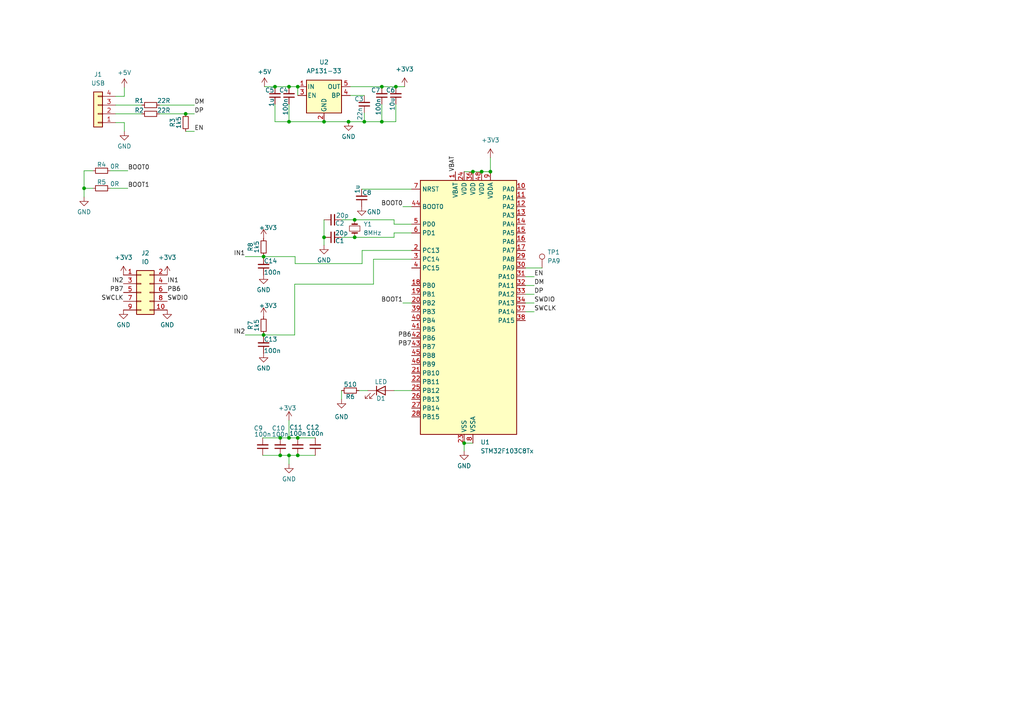
<source format=kicad_sch>
(kicad_sch (version 20230121) (generator eeschema)
  (paper "A4")
  (lib_symbols
    (symbol "Connector:TestPoint" (pin_numbers hide) (pin_names (offset 0.762) hide)
      (property "Reference" "TP" (at 0 6.858 0))
      (property "Value" "TestPoint" (at 0 5.08 0))
      (symbol "TestPoint_0_1"
        (circle (center 0 3.302) (radius 0.762))
      )
      (symbol "TestPoint_1_1"
        (pin passive line (at 0 0 90) (length 2.54) (name "1") (number "1"))
      )
    )
    (symbol "Connector_Generic:Conn_01x04" (pin_names (offset 1.016) hide)
      (property "Reference" "J" (at 0 5.08 0))
      (property "Value" "Conn_01x04" (at 0 -7.62 0))
      (symbol "Conn_01x04_1_1"
        (rectangle (start -1.27 -4.953) (end 0 -5.207) (stroke (width 0.1524)))
        (rectangle (start -1.27 -2.413) (end 0 -2.667) (stroke (width 0.1524)))
        (rectangle (start -1.27 0.127) (end 0 -0.127) (stroke (width 0.1524)))
        (rectangle (start -1.27 2.667) (end 0 2.413) (stroke (width 0.1524)))
        (rectangle (start -1.27 3.81) (end 1.27 -6.35) (stroke (width 0.254)) (fill (type background)))
        (pin passive line (at -5.08 2.54 0) (length 3.81) (name "Pin_1") (number "1"))
        (pin passive line (at -5.08 0 0) (length 3.81) (name "Pin_2") (number "2"))
        (pin passive line (at -5.08 -2.54 0) (length 3.81) (name "Pin_3") (number "3"))
        (pin passive line (at -5.08 -5.08 0) (length 3.81) (name "Pin_4") (number "4"))
      )
    )
    (symbol "Connector_Generic:Conn_02x05_Odd_Even" (pin_names (offset 1.016) hide)
      (property "Reference" "J" (at 1.27 7.62 0))
      (property "Value" "Conn_02x05_Odd_Even" (at 1.27 -7.62 0))
      (symbol "Conn_02x05_Odd_Even_1_1"
        (rectangle (start -1.27 -4.953) (end 0 -5.207) (stroke (width 0.1524)))
        (rectangle (start -1.27 -2.413) (end 0 -2.667) (stroke (width 0.1524)))
        (rectangle (start -1.27 0.127) (end 0 -0.127) (stroke (width 0.1524)))
        (rectangle (start -1.27 2.667) (end 0 2.413) (stroke (width 0.1524)))
        (rectangle (start -1.27 5.207) (end 0 4.953) (stroke (width 0.1524)))
        (rectangle (start -1.27 6.35) (end 3.81 -6.35) (stroke (width 0.254)) (fill (type background)))
        (rectangle (start 3.81 -4.953) (end 2.54 -5.207) (stroke (width 0.1524)))
        (rectangle (start 3.81 -2.413) (end 2.54 -2.667) (stroke (width 0.1524)))
        (rectangle (start 3.81 0.127) (end 2.54 -0.127) (stroke (width 0.1524)))
        (rectangle (start 3.81 2.667) (end 2.54 2.413) (stroke (width 0.1524)))
        (rectangle (start 3.81 5.207) (end 2.54 4.953) (stroke (width 0.1524)))
        (pin passive line (at -5.08 5.08 0) (length 3.81) (name "Pin_1") (number "1"))
        (pin passive line (at 7.62 -5.08 180) (length 3.81) (name "Pin_10") (number "10"))
        (pin passive line (at 7.62 5.08 180) (length 3.81) (name "Pin_2") (number "2"))
        (pin passive line (at -5.08 2.54 0) (length 3.81) (name "Pin_3") (number "3"))
        (pin passive line (at 7.62 2.54 180) (length 3.81) (name "Pin_4") (number "4"))
        (pin passive line (at -5.08 0 0) (length 3.81) (name "Pin_5") (number "5"))
        (pin passive line (at 7.62 0 180) (length 3.81) (name "Pin_6") (number "6"))
        (pin passive line (at -5.08 -2.54 0) (length 3.81) (name "Pin_7") (number "7"))
        (pin passive line (at 7.62 -2.54 180) (length 3.81) (name "Pin_8") (number "8"))
        (pin passive line (at -5.08 -5.08 0) (length 3.81) (name "Pin_9") (number "9"))
      )
    )
    (symbol "Device:C_Small" (pin_numbers hide) (pin_names (offset 0.254) hide)
      (property "Reference" "C" (at 0.254 1.778 0))
      (property "Value" "C_Small" (at 0.254 -2.032 0))
      (symbol "C_Small_0_1"
        (polyline (pts (xy -1.524 -0.508) (xy 1.524 -0.508)) (stroke (width 0.3302)))
        (polyline (pts (xy -1.524 0.508) (xy 1.524 0.508)) (stroke (width 0.3048)))
      )
      (symbol "C_Small_1_1"
        (pin passive line (at 0 2.54 270) (length 2.032) (name "~") (number "1"))
        (pin passive line (at 0 -2.54 90) (length 2.032) (name "~") (number "2"))
      )
    )
    (symbol "Device:Crystal_Small" (pin_numbers hide) (pin_names (offset 1.016) hide)
      (property "Reference" "Y" (at 0 2.54 0))
      (property "Value" "Crystal_Small" (at 0 -2.54 0))
      (symbol "Crystal_Small_0_1"
        (rectangle (start -0.762 -1.524) (end 0.762 1.524))
        (polyline (pts (xy -1.27 -0.762) (xy -1.27 0.762)) (stroke (width 0.381)))
        (polyline (pts (xy 1.27 -0.762) (xy 1.27 0.762)) (stroke (width 0.381)))
      )
      (symbol "Crystal_Small_1_1"
        (pin passive line (at -2.54 0 0) (length 1.27) (name "1") (number "1"))
        (pin passive line (at 2.54 0 180) (length 1.27) (name "2") (number "2"))
      )
    )
    (symbol "Device:LED" (pin_numbers hide) (pin_names (offset 1.016) hide)
      (property "Reference" "D" (at 0 2.54 0))
      (property "Value" "LED" (at 0 -2.54 0))
      (symbol "LED_0_1"
        (polyline (pts (xy -1.27 -1.27) (xy -1.27 1.27)) (stroke (width 0.254)))
        (polyline (pts (xy -1.27 0) (xy 1.27 0)))
        (polyline (pts (xy 1.27 -1.27) (xy 1.27 1.27) (xy -1.27 0) (xy 1.27 -1.27)) (stroke (width 0.254)))
        (polyline (pts (xy -3.048 -0.762) (xy -4.572 -2.286) (xy -3.81 -2.286) (xy -4.572 -2.286) (xy -4.572 -1.524)))
        (polyline (pts (xy -1.778 -0.762) (xy -3.302 -2.286) (xy -2.54 -2.286) (xy -3.302 -2.286) (xy -3.302 -1.524)))
      )
      (symbol "LED_1_1"
        (pin passive line (at -3.81 0 0) (length 2.54) (name "K") (number "1"))
        (pin passive line (at 3.81 0 180) (length 2.54) (name "A") (number "2"))
      )
    )
    (symbol "Device:R_Small" (pin_numbers hide) (pin_names (offset 0.254) hide)
      (property "Reference" "R" (at 0.762 0.508 0))
      (property "Value" "R_Small" (at 0.762 -1.016 0))
      (symbol "R_Small_0_1"
        (rectangle (start -0.762 1.778) (end 0.762 -1.778) (stroke (width 0.2032)))
      )
      (symbol "R_Small_1_1"
        (pin passive line (at 0 2.54 270) (length 0.762) (name "~") (number "1"))
        (pin passive line (at 0 -2.54 90) (length 0.762) (name "~") (number "2"))
      )
    )
    (symbol "MCU_ST_STM32F1:STM32F103C8Tx"
      (property "Reference" "U" (at -12.7 39.37 0))
      (property "Value" "STM32F103C8Tx" (at 10.16 39.37 0))
      (symbol "STM32F103C8Tx_0_1"
        (rectangle (start -12.7 -35.56) (end 15.24 38.1) (stroke (width 0.254)) (fill (type background)))
      )
      (symbol "STM32F103C8Tx_1_1"
        (pin power_in line (at -2.54 40.64 270) (length 2.54) (name "VBAT") (number "1"))
        (pin bidirectional line (at 17.78 35.56 180) (length 2.54) (name "PA0") (number "10"))
        (pin bidirectional line (at 17.78 33.02 180) (length 2.54) (name "PA1") (number "11"))
        (pin bidirectional line (at 17.78 30.48 180) (length 2.54) (name "PA2") (number "12"))
        (pin bidirectional line (at 17.78 27.94 180) (length 2.54) (name "PA3") (number "13"))
        (pin bidirectional line (at 17.78 25.4 180) (length 2.54) (name "PA4") (number "14"))
        (pin bidirectional line (at 17.78 22.86 180) (length 2.54) (name "PA5") (number "15"))
        (pin bidirectional line (at 17.78 20.32 180) (length 2.54) (name "PA6") (number "16"))
        (pin bidirectional line (at 17.78 17.78 180) (length 2.54) (name "PA7") (number "17"))
        (pin bidirectional line (at -15.24 7.62 0) (length 2.54) (name "PB0") (number "18"))
        (pin bidirectional line (at -15.24 5.08 0) (length 2.54) (name "PB1") (number "19"))
        (pin bidirectional line (at -15.24 17.78 0) (length 2.54) (name "PC13") (number "2"))
        (pin bidirectional line (at -15.24 2.54 0) (length 2.54) (name "PB2") (number "20"))
        (pin bidirectional line (at -15.24 -17.78 0) (length 2.54) (name "PB10") (number "21"))
        (pin bidirectional line (at -15.24 -20.32 0) (length 2.54) (name "PB11") (number "22"))
        (pin power_in line (at 0 -38.1 90) (length 2.54) (name "VSS") (number "23"))
        (pin power_in line (at 0 40.64 270) (length 2.54) (name "VDD") (number "24"))
        (pin bidirectional line (at -15.24 -22.86 0) (length 2.54) (name "PB12") (number "25"))
        (pin bidirectional line (at -15.24 -25.4 0) (length 2.54) (name "PB13") (number "26"))
        (pin bidirectional line (at -15.24 -27.94 0) (length 2.54) (name "PB14") (number "27"))
        (pin bidirectional line (at -15.24 -30.48 0) (length 2.54) (name "PB15") (number "28"))
        (pin bidirectional line (at 17.78 15.24 180) (length 2.54) (name "PA8") (number "29"))
        (pin bidirectional line (at -15.24 15.24 0) (length 2.54) (name "PC14") (number "3"))
        (pin bidirectional line (at 17.78 12.7 180) (length 2.54) (name "PA9") (number "30"))
        (pin bidirectional line (at 17.78 10.16 180) (length 2.54) (name "PA10") (number "31"))
        (pin bidirectional line (at 17.78 7.62 180) (length 2.54) (name "PA11") (number "32"))
        (pin bidirectional line (at 17.78 5.08 180) (length 2.54) (name "PA12") (number "33"))
        (pin bidirectional line (at 17.78 2.54 180) (length 2.54) (name "PA13") (number "34"))
        (pin passive line (at 0 -38.1 90) (length 2.54) hide (name "VSS") (number "35"))
        (pin power_in line (at 2.54 40.64 270) (length 2.54) (name "VDD") (number "36"))
        (pin bidirectional line (at 17.78 0 180) (length 2.54) (name "PA14") (number "37"))
        (pin bidirectional line (at 17.78 -2.54 180) (length 2.54) (name "PA15") (number "38"))
        (pin bidirectional line (at -15.24 0 0) (length 2.54) (name "PB3") (number "39"))
        (pin bidirectional line (at -15.24 12.7 0) (length 2.54) (name "PC15") (number "4"))
        (pin bidirectional line (at -15.24 -2.54 0) (length 2.54) (name "PB4") (number "40"))
        (pin bidirectional line (at -15.24 -5.08 0) (length 2.54) (name "PB5") (number "41"))
        (pin bidirectional line (at -15.24 -7.62 0) (length 2.54) (name "PB6") (number "42"))
        (pin bidirectional line (at -15.24 -10.16 0) (length 2.54) (name "PB7") (number "43"))
        (pin input line (at -15.24 30.48 0) (length 2.54) (name "BOOT0") (number "44"))
        (pin bidirectional line (at -15.24 -12.7 0) (length 2.54) (name "PB8") (number "45"))
        (pin bidirectional line (at -15.24 -15.24 0) (length 2.54) (name "PB9") (number "46"))
        (pin passive line (at 0 -38.1 90) (length 2.54) hide (name "VSS") (number "47"))
        (pin power_in line (at 5.08 40.64 270) (length 2.54) (name "VDD") (number "48"))
        (pin bidirectional line (at -15.24 25.4 0) (length 2.54) (name "PD0") (number "5"))
        (pin bidirectional line (at -15.24 22.86 0) (length 2.54) (name "PD1") (number "6"))
        (pin input line (at -15.24 35.56 0) (length 2.54) (name "NRST") (number "7"))
        (pin power_in line (at 2.54 -38.1 90) (length 2.54) (name "VSSA") (number "8"))
        (pin power_in line (at 7.62 40.64 270) (length 2.54) (name "VDDA") (number "9"))
      )
    )
    (symbol "Regulator_Linear:AP131-33" (pin_names (offset 0.254))
      (property "Reference" "U" (at -3.81 5.715 0))
      (property "Value" "AP131-33" (at 0 5.715 0))
      (symbol "AP131-33_0_1"
        (rectangle (start -5.08 4.445) (end 5.08 -5.08) (stroke (width 0.254)) (fill (type background)))
      )
      (symbol "AP131-33_1_1"
        (pin power_in line (at -7.62 2.54 0) (length 2.54) (name "IN") (number "1"))
        (pin power_in line (at 0 -7.62 90) (length 2.54) (name "GND") (number "2"))
        (pin input line (at -7.62 0 0) (length 2.54) (name "EN") (number "3"))
        (pin input line (at 7.62 0 180) (length 2.54) (name "BP") (number "4"))
        (pin power_out line (at 7.62 2.54 180) (length 2.54) (name "OUT") (number "5"))
      )
    )
    (symbol "power:+3V3" (power) (pin_names (offset 0))
      (property "Value" "+3V3" (at 0 3.556 0))
      (symbol "+3V3_0_1"
        (polyline (pts (xy -0.762 1.27) (xy 0 2.54)))
        (polyline (pts (xy 0 0) (xy 0 2.54)))
        (polyline (pts (xy 0 2.54) (xy 0.762 1.27)))
      )
      (symbol "+3V3_1_1"
        (pin power_in line (at 0 0 90) (length 0) hide (name "+3V3") (number "1"))
      )
    )
    (symbol "power:+5V" (power) (pin_names (offset 0))
      (property "Value" "+5V" (at 0 3.556 0))
      (symbol "+5V_0_1"
        (polyline (pts (xy -0.762 1.27) (xy 0 2.54)))
        (polyline (pts (xy 0 0) (xy 0 2.54)))
        (polyline (pts (xy 0 2.54) (xy 0.762 1.27)))
      )
      (symbol "+5V_1_1"
        (pin power_in line (at 0 0 90) (length 0) hide (name "+5V") (number "1"))
      )
    )
    (symbol "power:GND" (power) (pin_names (offset 0))
      (property "Value" "GND" (at 0 -3.81 0))
      (symbol "GND_0_1"
        (polyline (pts (xy 0 0) (xy 0 -1.27) (xy 1.27 -1.27) (xy 0 -2.54) (xy -1.27 -1.27) (xy 0 -1.27)))
      )
      (symbol "GND_1_1"
        (pin power_in line (at 0 0 270) (length 0) hide (name "GND") (number "1"))
      )
    )
  )
  (junction (at 93.98 35.306))
  (junction (at 79.756 25.146))
  (junction (at 86.36 25.146))
  (junction (at 83.82 132.08))
  (junction (at 86.36 127))
  (junction (at 83.82 35.306))
  (junction (at 81.28 127))
  (junction (at 76.454 97.155))
  (junction (at 114.808 25.146))
  (junction (at 86.36 132.08))
  (junction (at 102.87 68.834))
  (junction (at 83.82 25.146))
  (junction (at 139.7 49.784))
  (junction (at 142.24 49.784))
  (junction (at 93.98 68.834))
  (junction (at 81.28 132.08))
  (junction (at 134.62 128.524))
  (junction (at 76.454 74.422))
  (junction (at 53.848 33.02))
  (junction (at 102.87 63.754))
  (junction (at 105.664 35.306))
  (junction (at 101.092 35.306))
  (junction (at 110.744 25.146))
  (junction (at 110.744 35.306))
  (junction (at 24.384 54.61))
  (junction (at 137.16 49.784))
  (junction (at 83.82 127))
  (wire (pts (xy 134.62 49.784) (xy 137.16 49.784)))
  (wire (pts (xy 85.471 82.423) (xy 85.471 97.155)))
  (wire (pts (xy 114.3 67.564) (xy 119.38 67.564)))
  (wire (pts (xy 76.454 97.155) (xy 76.454 97.409)))
  (wire (pts (xy 79.756 25.146) (xy 83.82 25.146)))
  (wire (pts (xy 86.36 127) (xy 91.44 127)))
  (wire (pts (xy 110.744 30.226) (xy 110.744 35.306)))
  (wire (pts (xy 33.528 30.48) (xy 41.148 30.48)))
  (wire (pts (xy 46.228 30.48) (xy 56.388 30.48)))
  (wire (pts (xy 76.454 97.155) (xy 85.471 97.155)))
  (wire (pts (xy 114.808 30.226) (xy 114.808 35.306)))
  (wire (pts (xy 85.598 74.422) (xy 85.598 76.454)))
  (wire (pts (xy 142.24 45.72) (xy 142.24 49.784)))
  (wire (pts (xy 152.4 85.344) (xy 154.94 85.344)))
  (wire (pts (xy 114.3 65.024) (xy 114.3 63.754)))
  (wire (pts (xy 105.664 35.306) (xy 110.744 35.306)))
  (wire (pts (xy 83.82 127) (xy 86.36 127)))
  (wire (pts (xy 24.384 49.53) (xy 24.384 54.61)))
  (wire (pts (xy 101.6 27.686) (xy 105.664 27.686)))
  (wire (pts (xy 119.38 75.184) (xy 108.331 75.184)))
  (wire (pts (xy 81.28 127) (xy 83.82 127)))
  (wire (pts (xy 101.6 25.146) (xy 110.744 25.146)))
  (wire (pts (xy 93.98 63.754) (xy 93.98 68.834)))
  (wire (pts (xy 33.528 35.56) (xy 36.068 35.56)))
  (wire (pts (xy 24.384 54.61) (xy 24.384 57.15)))
  (wire (pts (xy 76.454 96.901) (xy 76.454 97.155)))
  (wire (pts (xy 110.744 35.306) (xy 114.808 35.306)))
  (wire (pts (xy 26.924 49.53) (xy 24.384 49.53)))
  (wire (pts (xy 110.744 25.146) (xy 114.808 25.146)))
  (wire (pts (xy 116.84 59.944) (xy 119.38 59.944)))
  (wire (pts (xy 83.82 132.08) (xy 86.36 132.08)))
  (wire (pts (xy 99.06 115.824) (xy 99.06 113.284)))
  (wire (pts (xy 119.38 65.024) (xy 114.3 65.024)))
  (wire (pts (xy 76.454 74.422) (xy 76.454 74.676)))
  (wire (pts (xy 83.82 35.306) (xy 93.98 35.306)))
  (wire (pts (xy 83.82 30.226) (xy 83.82 35.306)))
  (wire (pts (xy 79.756 35.306) (xy 83.82 35.306)))
  (wire (pts (xy 93.98 68.834) (xy 93.98 71.12)))
  (wire (pts (xy 83.82 121.92) (xy 83.82 127)))
  (wire (pts (xy 83.82 132.08) (xy 83.82 134.62)))
  (wire (pts (xy 114.808 25.146) (xy 117.348 25.146)))
  (wire (pts (xy 99.06 68.834) (xy 102.87 68.834)))
  (wire (pts (xy 85.598 76.454) (xy 105.029 76.454)))
  (wire (pts (xy 105.664 35.306) (xy 105.664 32.766)))
  (wire (pts (xy 86.36 25.146) (xy 86.36 27.686)))
  (wire (pts (xy 152.4 80.264) (xy 154.94 80.264)))
  (wire (pts (xy 105.029 76.454) (xy 105.029 72.644)))
  (wire (pts (xy 79.756 30.226) (xy 79.756 35.306)))
  (wire (pts (xy 76.454 74.422) (xy 85.598 74.422)))
  (wire (pts (xy 137.16 128.524) (xy 134.62 128.524)))
  (wire (pts (xy 76.2 127) (xy 81.28 127)))
  (wire (pts (xy 101.092 35.306) (xy 105.664 35.306)))
  (wire (pts (xy 137.16 49.784) (xy 139.7 49.784)))
  (wire (pts (xy 53.848 38.1) (xy 56.388 38.1)))
  (wire (pts (xy 26.924 54.61) (xy 24.384 54.61)))
  (wire (pts (xy 93.98 35.306) (xy 101.092 35.306)))
  (wire (pts (xy 105.029 72.644) (xy 119.38 72.644)))
  (wire (pts (xy 71.12 74.422) (xy 76.454 74.422)))
  (wire (pts (xy 46.228 33.02) (xy 53.848 33.02)))
  (wire (pts (xy 32.004 49.53) (xy 37.084 49.53)))
  (wire (pts (xy 81.28 132.08) (xy 83.82 132.08)))
  (wire (pts (xy 32.004 54.61) (xy 37.084 54.61)))
  (wire (pts (xy 114.3 113.284) (xy 119.38 113.284)))
  (wire (pts (xy 83.82 25.146) (xy 86.36 25.146)))
  (wire (pts (xy 152.4 82.804) (xy 154.94 82.804)))
  (wire (pts (xy 116.84 87.884) (xy 119.38 87.884)))
  (wire (pts (xy 71.12 97.155) (xy 76.454 97.155)))
  (wire (pts (xy 152.4 87.884) (xy 154.94 87.884)))
  (wire (pts (xy 76.454 74.168) (xy 76.454 74.422)))
  (wire (pts (xy 86.36 132.08) (xy 91.44 132.08)))
  (wire (pts (xy 108.331 82.423) (xy 85.471 82.423)))
  (wire (pts (xy 36.068 35.56) (xy 36.068 38.1)))
  (wire (pts (xy 134.62 128.524) (xy 134.62 130.81)))
  (wire (pts (xy 33.528 33.02) (xy 41.148 33.02)))
  (wire (pts (xy 33.528 27.94) (xy 36.068 27.94)))
  (wire (pts (xy 114.3 63.754) (xy 102.87 63.754)))
  (wire (pts (xy 53.848 33.02) (xy 56.388 33.02)))
  (wire (pts (xy 76.2 132.08) (xy 81.28 132.08)))
  (wire (pts (xy 114.3 68.834) (xy 114.3 67.564)))
  (wire (pts (xy 106.68 113.284) (xy 104.14 113.284)))
  (wire (pts (xy 99.06 63.754) (xy 102.87 63.754)))
  (wire (pts (xy 152.4 77.724) (xy 157.226 77.724)))
  (wire (pts (xy 152.4 90.424) (xy 154.94 90.424)))
  (wire (pts (xy 139.7 49.784) (xy 142.24 49.784)))
  (wire (pts (xy 104.902 54.864) (xy 119.38 54.864)))
  (wire (pts (xy 108.331 75.184) (xy 108.331 82.423)))
  (wire (pts (xy 36.068 27.94) (xy 36.068 25.4)))
  (wire (pts (xy 102.87 68.834) (xy 114.3 68.834)))
  (wire (pts (xy 76.708 25.146) (xy 79.756 25.146)))
  (label "IN1" (at 71.12 74.422 180))
  (label "IN1" (at 48.514 82.296 0))
  (label "SWDIO" (at 154.94 87.884 0))
  (label "IN2" (at 71.12 97.155 180))
  (label "VBAT" (at 132.08 49.784 90))
  (label "PB7" (at 119.38 100.584 180))
  (label "SWDIO" (at 48.514 87.376 0))
  (label "BOOT1" (at 37.084 54.61 0))
  (label "IN2" (at 35.814 82.296 180))
  (label "PB7" (at 35.814 84.836 180))
  (label "BOOT0" (at 37.084 49.53 0))
  (label "DP" (at 154.94 85.344 0))
  (label "SWCLK" (at 154.94 90.424 0))
  (label "DM" (at 56.388 30.48 0))
  (label "PB6" (at 48.514 84.836 0))
  (label "SWCLK" (at 35.814 87.376 180))
  (label "DP" (at 56.388 33.02 0))
  (label "DM" (at 154.94 82.804 0))
  (label "BOOT1" (at 116.84 87.884 180))
  (label "PB6" (at 119.38 98.044 180))
  (label "BOOT0" (at 116.84 59.944 180))
  (label "EN" (at 154.94 80.264 0))
  (label "EN" (at 56.388 38.1 0))
  (symbol (lib_id "Device:C_Small") (at 76.454 99.949 180) (unit 1)
    (property "Reference" "C13" (at 78.486 98.425 0))
    (property "Value" "100n" (at 78.994 101.727 0))
    (property "Footprint" "Capacitor_SMD:C_0603_1608Metric" (effects hide))
  )
  (symbol (lib_id "Device:C_Small") (at 104.902 57.404 180) (unit 1)
    (property "Reference" "C8" (at 106.426 55.88 0))
    (property "Value" "1u" (at 103.632 54.864 90))
    (property "Footprint" "Capacitor_SMD:C_0603_1608Metric" (effects hide))
  )
  (symbol (lib_id "power:GND") (at 76.454 79.756 0) (unit 1)
    (property "Reference" "#PWR017" (effects hide))
    (property "Value" "GND" (at 76.454 84.074 0))
  )
  (symbol (lib_id "MCU_ST_STM32F1:STM32F103C8Tx") (at 134.62 90.424 0) (unit 1)
    (property "Reference" "U1" (at 139.3541 128.27 0) (effects (justify left)))
    (property "Value" "STM32F103C8Tx" (at 139.3541 130.81 0) (effects (justify left)))
    (property "Footprint" "Package_QFP:LQFP-48_7x7mm_P0.5mm" (effects hide))
    (property "Datasheet" "https://www.st.com/resource/en/datasheet/stm32f103c8.pdf" (effects hide))
  )
  (symbol (lib_id "Device:R_Small") (at 29.464 49.53 90) (unit 1)
    (property "Reference" "R4" (at 29.464 47.752 90))
    (property "Value" "0R" (at 33.274 48.26 90))
    (property "Footprint" "Resistor_SMD:R_0603_1608Metric" (effects hide))
  )
  (symbol (lib_id "power:+3V3") (at 117.348 25.146 0) (unit 1)
    (property "Reference" "#PWR09" (effects hide))
    (property "Value" "+3V3" (at 117.348 20.066 0))
  )
  (symbol (lib_id "Device:C_Small") (at 114.808 27.686 180) (unit 1)
    (property "Reference" "C6" (at 113.284 26.162 0))
    (property "Value" "10u" (at 113.792 30.226 90))
    (property "Footprint" "Capacitor_SMD:C_0805_2012Metric" (effects hide))
  )
  (symbol (lib_id "Device:R_Small") (at 43.688 30.48 90) (unit 1)
    (property "Reference" "R1" (at 40.386 29.21 90))
    (property "Value" "22R" (at 47.498 29.21 90))
    (property "Footprint" "Resistor_SMD:R_0603_1608Metric" (effects hide))
  )
  (symbol (lib_id "Device:C_Small") (at 96.52 63.754 90) (unit 1)
    (property "Reference" "C2" (at 98.552 64.77 90))
    (property "Value" "20p" (at 99.314 62.484 90))
    (property "Footprint" "Capacitor_SMD:C_0603_1608Metric" (effects hide))
  )
  (symbol (lib_id "power:GND") (at 83.82 134.62 0) (unit 1)
    (property "Reference" "#PWR014" (effects hide))
    (property "Value" "GND" (at 83.82 138.938 0))
  )
  (symbol (lib_id "Device:C_Small") (at 91.44 129.54 180) (unit 1)
    (property "Reference" "C12" (at 90.678 123.952 0))
    (property "Value" "100n" (at 91.44 125.73 0))
    (property "Footprint" "Capacitor_SMD:C_0603_1608Metric" (effects hide))
  )
  (symbol (lib_id "Device:C_Small") (at 81.28 129.54 180) (unit 1)
    (property "Reference" "C10" (at 80.772 124.206 0))
    (property "Value" "100n" (at 81.28 125.984 0))
    (property "Footprint" "Capacitor_SMD:C_0603_1608Metric" (effects hide))
  )
  (symbol (lib_id "power:+3V3") (at 83.82 121.92 0) (unit 1)
    (property "Reference" "#PWR015" (effects hide))
    (property "Value" "+3V3" (at 83.312 118.364 0))
  )
  (symbol (lib_id "power:+5V") (at 76.708 25.146 0) (unit 1)
    (property "Reference" "#PWR08" (effects hide))
    (property "Value" "+5V" (at 76.708 20.828 0))
  )
  (symbol (lib_id "Device:C_Small") (at 83.82 27.686 180) (unit 1)
    (property "Reference" "C4" (at 82.296 26.162 0))
    (property "Value" "100n" (at 82.804 30.988 90))
    (property "Footprint" "Capacitor_SMD:C_0603_1608Metric" (effects hide))
  )
  (symbol (lib_id "power:GND") (at 48.514 89.916 0) (unit 1)
    (property "Reference" "#PWR020" (effects hide))
    (property "Value" "GND" (at 48.514 94.234 0))
  )
  (symbol (lib_id "Device:R_Small") (at 43.688 33.02 270) (unit 1)
    (property "Reference" "R2" (at 40.386 32.004 90))
    (property "Value" "22R" (at 47.498 32.004 90))
    (property "Footprint" "Resistor_SMD:R_0603_1608Metric" (effects hide))
  )
  (symbol (lib_id "Device:R_Small") (at 29.464 54.61 90) (unit 1)
    (property "Reference" "R5" (at 29.464 52.832 90))
    (property "Value" "0R" (at 33.274 53.34 90))
    (property "Footprint" "Resistor_SMD:R_0603_1608Metric" (effects hide))
  )
  (symbol (lib_id "power:GND") (at 134.62 130.81 0) (unit 1)
    (property "Reference" "#PWR06" (effects hide))
    (property "Value" "GND" (at 134.62 135.128 0))
  )
  (symbol (lib_id "power:+3V3") (at 76.454 91.821 0) (unit 1)
    (property "Reference" "#PWR018" (effects hide))
    (property "Value" "+3V3" (at 77.724 88.646 0))
  )
  (symbol (lib_id "power:GND") (at 104.902 59.944 0) (unit 1)
    (property "Reference" "#PWR010" (effects hide))
    (property "Value" "GND" (at 108.458 61.468 0))
  )
  (symbol (lib_id "power:GND") (at 35.814 89.916 0) (unit 1)
    (property "Reference" "#PWR05" (effects hide))
    (property "Value" "GND" (at 35.814 94.234 0))
  )
  (symbol (lib_id "Connector_Generic:Conn_02x05_Odd_Even") (at 40.894 84.836 0) (unit 1)
    (property "Reference" "J2" (at 42.164 73.406 0))
    (property "Value" "IO" (at 42.164 75.946 0))
    (property "Footprint" "Connector_PinHeader_2.54mm:PinHeader_2x05_P2.54mm_Vertical" (effects hide))
  )
  (symbol (lib_id "Device:C_Small") (at 79.756 27.686 180) (unit 1)
    (property "Reference" "C5" (at 78.232 26.162 0))
    (property "Value" "1u" (at 78.74 29.718 90))
    (property "Footprint" "Capacitor_SMD:C_0603_1608Metric" (effects hide))
  )
  (symbol (lib_id "power:GND") (at 99.06 115.824 0) (unit 1)
    (property "Reference" "#PWR012" (effects hide))
    (property "Value" "GND" (at 99.06 120.904 0))
  )
  (symbol (lib_id "power:+3V3") (at 48.514 79.756 0) (unit 1)
    (property "Reference" "#PWR021" (effects hide))
    (property "Value" "+3V3" (at 48.514 74.676 0))
  )
  (symbol (lib_id "Device:R_Small") (at 53.848 35.56 0) (unit 1)
    (property "Reference" "R3" (at 50.038 35.56 90))
    (property "Value" "1k5" (at 51.816 35.56 90))
    (property "Footprint" "Resistor_SMD:R_0603_1608Metric" (effects hide))
  )
  (symbol (lib_id "power:GND") (at 76.454 102.489 0) (unit 1)
    (property "Reference" "#PWR016" (effects hide))
    (property "Value" "GND" (at 76.454 106.807 0))
  )
  (symbol (lib_id "power:GND") (at 101.092 35.306 0) (unit 1)
    (property "Reference" "#PWR013" (effects hide))
    (property "Value" "GND" (at 101.092 39.624 0))
  )
  (symbol (lib_id "power:+5V") (at 36.068 25.4 0) (unit 1)
    (property "Reference" "#PWR01" (effects hide))
    (property "Value" "+5V" (at 36.068 21.082 0))
  )
  (symbol (lib_id "Device:R_Small") (at 76.454 71.628 0) (unit 1)
    (property "Reference" "R8" (at 72.644 71.628 90))
    (property "Value" "1k5" (at 74.422 71.628 90))
    (property "Footprint" "Resistor_SMD:R_0603_1608Metric" (effects hide))
  )
  (symbol (lib_id "Device:C_Small") (at 105.664 30.226 180) (unit 1)
    (property "Reference" "C3" (at 104.14 28.702 0))
    (property "Value" "22n" (at 104.394 33.02 90))
    (property "Footprint" "Capacitor_SMD:C_0603_1608Metric" (effects hide))
  )
  (symbol (lib_id "power:+3V3") (at 142.24 45.72 0) (unit 1)
    (property "Reference" "#PWR03" (effects hide))
    (property "Value" "+3V3" (at 142.24 40.64 0))
  )
  (symbol (lib_id "power:+3V3") (at 76.454 69.088 0) (unit 1)
    (property "Reference" "#PWR019" (effects hide))
    (property "Value" "+3V3" (at 77.724 66.04 0))
  )
  (symbol (lib_id "Device:R_Small") (at 101.6 113.284 270) (unit 1)
    (property "Reference" "R6" (at 101.6 115.062 90))
    (property "Value" "510" (at 101.6 111.506 90))
    (property "Footprint" "Resistor_SMD:R_0603_1608Metric" (effects hide))
  )
  (symbol (lib_id "Device:Crystal_Small") (at 102.87 66.294 90) (unit 1)
    (property "Reference" "Y1" (at 105.41 65.024 90) (effects (justify right)))
    (property "Value" "8MHz" (at 105.41 67.564 90) (effects (justify right)))
    (property "Footprint" "Crystal:Crystal_HC18-U_Vertical" (effects hide))
  )
  (symbol (lib_id "Connector_Generic:Conn_01x04") (at 28.448 33.02 180) (unit 1)
    (property "Reference" "J1" (at 28.448 21.59 0))
    (property "Value" "USB" (at 28.448 24.13 0))
    (property "Footprint" "Connector_PinSocket_2.00mm:PinSocket_1x04_P2.00mm_Vertical" (effects hide))
  )
  (symbol (lib_id "power:GND") (at 93.98 71.12 0) (unit 1)
    (property "Reference" "#PWR07" (effects hide))
    (property "Value" "GND" (at 93.98 75.438 0))
  )
  (symbol (lib_id "Connector:TestPoint") (at 157.226 77.724 0) (unit 1)
    (property "Reference" "TP1" (at 158.75 73.152 0) (effects (justify left)))
    (property "Value" "PA9" (at 158.75 75.692 0) (effects (justify left)))
    (property "Footprint" "TestPoint:TestPoint_Pad_D1.0mm" (effects hide))
  )
  (symbol (lib_id "power:+3V3") (at 35.814 79.756 0) (unit 1)
    (property "Reference" "#PWR04" (effects hide))
    (property "Value" "+3V3" (at 35.814 74.676 0))
  )
  (symbol (lib_id "power:GND") (at 36.068 38.1 0) (unit 1)
    (property "Reference" "#PWR02" (effects hide))
    (property "Value" "GND" (at 36.068 42.418 0))
  )
  (symbol (lib_id "Device:C_Small") (at 86.36 129.54 180) (unit 1)
    (property "Reference" "C11" (at 85.852 123.952 0))
    (property "Value" "100n" (at 86.36 125.73 0))
    (property "Footprint" "Capacitor_SMD:C_0603_1608Metric" (effects hide))
  )
  (symbol (lib_id "Device:R_Small") (at 76.454 94.361 0) (unit 1)
    (property "Reference" "R7" (at 72.644 94.361 90))
    (property "Value" "1k5" (at 74.422 94.361 90))
    (property "Footprint" "Resistor_SMD:R_0603_1608Metric" (effects hide))
  )
  (symbol (lib_id "Device:LED") (at 110.49 113.284 0) (unit 1)
    (property "Reference" "D1" (at 110.49 115.57 0))
    (property "Value" "LED" (at 110.49 110.744 0))
    (property "Footprint" "LED_SMD:LED_0805_2012Metric" (effects hide))
  )
  (symbol (lib_id "Device:C_Small") (at 76.2 129.54 180) (unit 1)
    (property "Reference" "C9" (at 74.93 124.206 0))
    (property "Value" "100n" (at 76.2 125.984 0))
    (property "Footprint" "Capacitor_SMD:C_0603_1608Metric" (effects hide))
  )
  (symbol (lib_id "Device:C_Small") (at 76.454 77.216 180) (unit 1)
    (property "Reference" "C14" (at 78.486 75.692 0))
    (property "Value" "100n" (at 78.994 78.994 0))
    (property "Footprint" "Capacitor_SMD:C_0603_1608Metric" (effects hide))
  )
  (symbol (lib_id "Device:C_Small") (at 96.52 68.834 90) (unit 1)
    (property "Reference" "C1" (at 98.552 69.85 90))
    (property "Value" "20p" (at 99.06 67.564 90))
    (property "Footprint" "Capacitor_SMD:C_0603_1608Metric" (effects hide))
  )
  (symbol (lib_id "Regulator_Linear:AP131-33") (at 93.98 27.686 0) (unit 1)
    (property "Reference" "U2" (at 93.98 18.034 0))
    (property "Value" "AP131-33" (at 93.98 20.574 0))
    (property "Footprint" "Package_TO_SOT_SMD:SOT-23-5" (effects hide))
    (property "Datasheet" "http://www.diodes.com/_files/datasheets/AP131.pdf" (effects hide))
  )
  (symbol (lib_id "power:GND") (at 24.384 57.15 0) (unit 1)
    (property "Reference" "#PWR011" (effects hide))
    (property "Value" "GND" (at 24.384 61.468 0))
  )
  (symbol (lib_id "Device:C_Small") (at 110.744 27.686 180) (unit 1)
    (property "Reference" "C7" (at 108.966 26.162 0))
    (property "Value" "100n" (at 109.728 30.988 90))
    (property "Footprint" "Capacitor_SMD:C_0603_1608Metric" (effects hide))
  )
)
</source>
